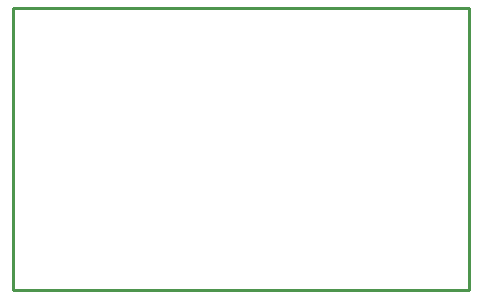
<source format=gko>
%FSLAX25Y25*%
%MOIN*%
G70*
G01*
G75*
G04 Layer_Color=16711935*
%ADD10R,0.02362X0.03150*%
%ADD11R,0.11811X0.03937*%
%ADD12R,0.11811X0.05906*%
%ADD13C,0.01000*%
%ADD14C,0.07874*%
%ADD15C,0.03937*%
%ADD16C,0.23622*%
%ADD17C,0.00300*%
%ADD18C,0.00500*%
%ADD19C,0.00394*%
%ADD20C,0.05906*%
%ADD21R,0.03162X0.03950*%
%ADD22R,0.12611X0.04737*%
%ADD23R,0.12611X0.06706*%
%ADD24C,0.08674*%
D13*
X0Y0D02*
Y94095D01*
Y0D02*
X151969D01*
X0Y94095D02*
X151969D01*
Y0D02*
Y94095D01*
M02*

</source>
